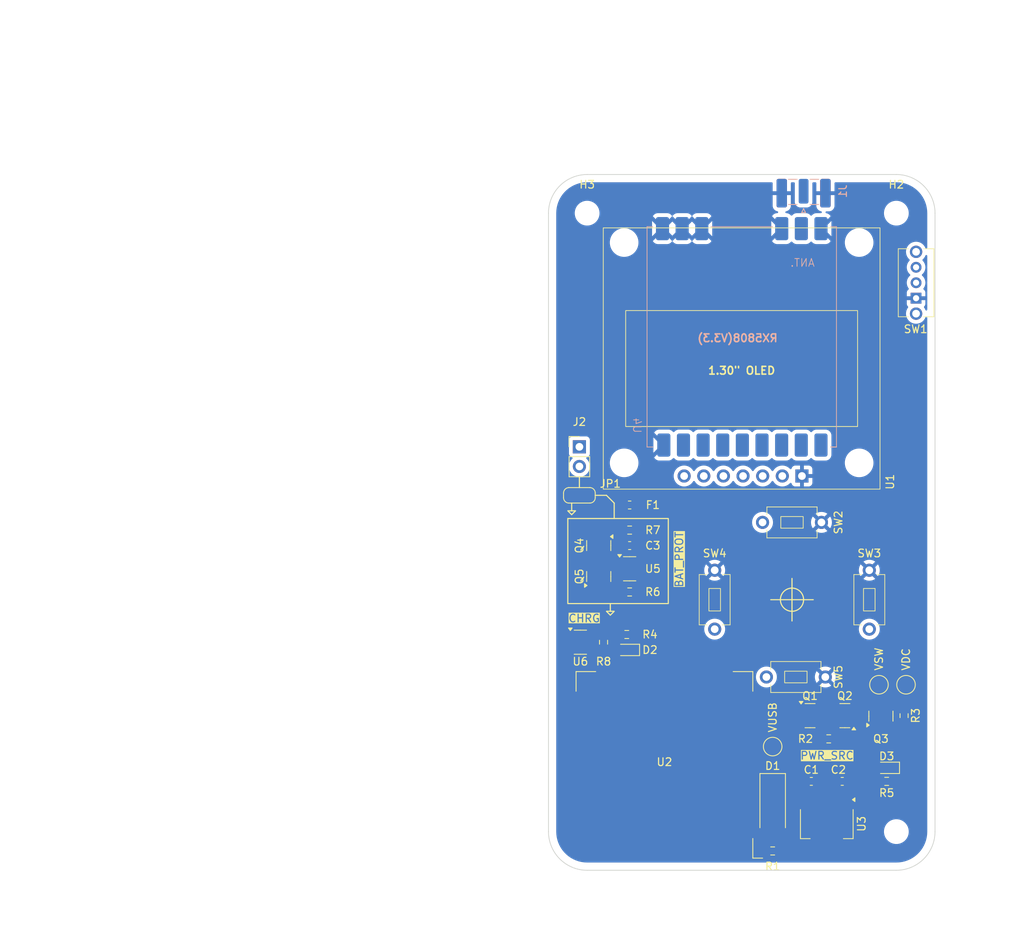
<source format=kicad_pcb>
(kicad_pcb (version 20240108) (generator "pcbnew") (generator_version "8.0")
  (layers (0 "F.Cu" signal) (31 "B.Cu" signal) (34 "B.Paste" user) (35 "F.Paste" user) (36 "B.SilkS" user "B.Silkscreen") (37 "F.SilkS" user "F.Silkscreen") (38 "B.Mask" user) (39 "F.Mask" user) (44 "Edge.Cuts" user))
  (net 0 "")
  (net 1 "GND")
  (net 2 "+VSW")
  (net 3 "+3V3")
  (net 4 "-BATT")
  (net 5 "VUSB")
  (net 6 "-BAT_PROT")
  (net 7 "Net-(D2-K)")
  (net 8 "VDC")
  (net 9 "+BATT")
  (net 10 "Net-(J1-In)")
  (net 11 "Net-(D3-K)")
  (net 12 "/Battery management/BAT_PROT_DO")
  (net 13 "/Battery management/BAT_PROT_CO")
  (net 14 "/PWR_SW")
  (net 15 "CHRG_STAT")
  (net 16 "Net-(U6-PROG)")
  (net 17 "BTN_UP")
  (net 18 "BTN_RIGHT")
  (net 19 "BTN_LEFT")
  (net 20 "BTN_DOWN")
  (net 21 "Net-(Q4-D)")
  (net 22 "SPI_CLK")
  (net 23 "DISPLAY_RST")
  (net 24 "DISPLAY_DC")
  (net 25 "SPI_MOSI")
  (net 26 "DISPLAY_CS")
  (net 29 "RSSI")
  (net 30 "RX_CS")
  (net 36 "/Battery management/BAT_PROT_VDD")
  (net 37 "/Battery management/BAT_CONN_POS")
  (net 38 "/Battery management/BAT_PROT_VM")
  (net 39 "/PWR_SRC_SW_G")
  (net 40 "/PWR_SRC_SW_S")
  (footprint "Resistor_SMD:R_0603_1608Metric_Pad0.98x0.95mm_HandSolder" (layer "F.Cu") (at 105.125 124.5)
    (property "Reference" "R4" (at 3 0 0) (layer "F.SilkS"))
    (property "Value" "470")
    (fp_line (start -0.254724 -0.5225) (end 0.254724 -0.5225) (stroke (width 0.12)) (layer "F.SilkS"))
    (fp_line (start -0.254724 0.5225) (end 0.254724 0.5225) (stroke (width 0.12)) (layer "F.SilkS"))
    (pad "1" smd roundrect (at -0.9125 0) (size 0.975 0.95) (layers "F.Cu" "F.Paste" "F.Mask") (net 15 "CHRG_STAT"))
    (pad "2" smd roundrect (at 0.9125 0) (size 0.975 0.95) (layers "F.Cu" "F.Paste" "F.Mask") (net 7 "Net-(D2-K)"))
  )
  (footprint "Thanassis_Foot:SW_PUSH_ADAFRUIT_SMALL" (layer "F.Cu") (at 127 130)
    (property "Reference" "SW5" (at 5.5 0 90) (layer "F.SilkS"))
    (property "Value" "SW_DOWN")
    (fp_line (start -3.25 -2) (end -3.25 -1) (stroke (width 0.1)) (layer "F.SilkS"))
    (fp_line (start -3.25 1) (end -3.25 2) (stroke (width 0.1)) (layer "F.SilkS"))
    (fp_line (start -3.25 2) (end 3.25 2) (stroke (width 0.1)) (layer "F.SilkS"))
    (fp_line (start 3.25 -2) (end -3.25 -2) (stroke (width 0.1)) (layer "F.SilkS"))
    (fp_line (start 3.25 -1) (end 3.25 -2) (stroke (width 0.1)) (layer "F.SilkS"))
    (fp_line (start 3.25 2) (end 3.25 1) (stroke (width 0.1)) (layer "F.SilkS"))
    (fp_rect (start -1.45 -0.75) (end 1.45 0.75) (stroke (width 0.1)) (fill none) (layer "F.SilkS"))
    (pad "1" thru_hole circle (at -3.81 0) (size 1.7 1.7) (drill 1) (layers "*.Cu" "*.Mask") (net 20 "BTN_DOWN"))
    (pad "2" thru_hole circle (at 3.81 0) (size 1.7 1.7) (drill 1) (layers "*.Cu" "*.Mask") (net 1 "GND"))
  )
  (footprint "Resistor_SMD:R_0603_1608Metric_Pad0.98x0.95mm_HandSolder" (layer "F.Cu") (at 138.75 143.5)
    (property "Reference" "R5" (at 0 1.5 0) (layer "F.SilkS"))
    (property "Value" "470")
    (fp_line (start -0.254724 -0.5225) (end 0.254724 -0.5225) (stroke (width 0.12)) (layer "F.SilkS"))
    (fp_line (start -0.254724 0.5225) (end 0.254724 0.5225) (stroke (width 0.12)) (layer "F.SilkS"))
    (pad "1" smd roundrect (at -0.9125 0) (size 0.975 0.95) (layers "F.Cu" "F.Paste" "F.Mask") (net 1 "GND"))
    (pad "2" smd roundrect (at 0.9125 0) (size 0.975 0.95) (layers "F.Cu" "F.Paste" "F.Mask") (net 11 "Net-(D3-K)"))
  )
  (footprint "Package_TO_SOT_SMD:SOT-23-6" (layer "F.Cu") (at 105.5 116)
    (property "Reference" "U5" (at 3 0 180) (layer "F.SilkS"))
    (property "Value" "AP9101CK6")
    (fp_line (start 0 -1.56) (end -0.8 -1.56) (stroke (width 0.12)) (layer "F.SilkS"))
    (fp_line (start 0 -1.56) (end 0.8 -1.56) (stroke (width 0.12)) (layer "F.SilkS"))
    (fp_line (start 0 1.56) (end -0.8 1.56) (stroke (width 0.12)) (layer "F.SilkS"))
    (fp_line (start 0 1.56) (end 0.8 1.56) (stroke (width 0.12)) (layer "F.SilkS"))
    (fp_poly (pts (xy -1.3 -1.51) (xy -1.54 -1.84) (xy -1.06 -1.84) (xy -1.3 -1.51)) (stroke (width 0.12)) (fill solid) (layer "F.SilkS"))
    (pad "1" smd roundrect (at -1.1375 -0.95) (size 1.325 0.6) (layers "F.Cu" "F.Paste" "F.Mask") (net 12 "/Battery management/BAT_PROT_DO"))
    (pad "2" smd roundrect (at -1.1375 0) (size 1.325 0.6) (layers "F.Cu" "F.Paste" "F.Mask") (net 38 "/Battery management/BAT_PROT_VM"))
    (pad "3" smd roundrect (at -1.1375 0.95) (size 1.325 0.6) (layers "F.Cu" "F.Paste" "F.Mask") (net 13 "/Battery management/BAT_PROT_CO"))
    (pad "4" smd roundrect (at 1.1375 0.95) (size 1.325 0.6) (layers "F.Cu" "F.Paste" "F.Mask"))
    (pad "5" smd roundrect (at 1.1375 0) (size 1.325 0.6) (layers "F.Cu" "F.Paste" "F.Mask") (net 36 "/Battery management/BAT_PROT_VDD"))
    (pad "6" smd roundrect (at 1.1375 -0.95) (size 1.325 0.6) (layers "F.Cu" "F.Paste" "F.Mask") (net 1 "GND"))
  )
  (footprint "Package_TO_SOT_SMD:SOT-23" (layer "F.Cu") (at 133.3375 135 180)
    (property "Reference" "Q2" (at 0 2.55 180) (layer "F.SilkS"))
    (property "Value" "PMOS")
    (fp_line (start 0 1.56) (end 0.65 1.56) (stroke (width 0.12)) (layer "F.SilkS"))
    (fp_line (start 0 1.56) (end -0.65 1.56) (stroke (width 0.12)) (layer "F.SilkS"))
    (fp_line (start 0 -1.56) (end 0.65 -1.56) (stroke (width 0.12)) (layer "F.SilkS"))
    (fp_line (start 0 -1.56) (end -0.65 -1.56) (stroke (width 0.12)) (layer "F.SilkS"))
    (fp_poly (pts (xy -1.1625 -1.51) (xy -1.4025 -1.84) (xy -0.9225 -1.84) (xy -1.1625 -1.51)) (stroke (width 0.12)) (fill solid) (layer "F.SilkS"))
    (pad "1" smd roundrect (at -0.9375 -0.95 180) (size 1.475 0.6) (layers "F.Cu" "F.Paste" "F.Mask") (net 8 "VDC"))
    (pad "2" smd roundrect (at -0.9375 0.95 180) (size 1.475 0.6) (layers "F.Cu" "F.Paste" "F.Mask") (net 39 "/PWR_SRC_SW_G"))
    (pad "3" smd roundrect (at 0.9375 0 180) (size 1.475 0.6) (layers "F.Cu" "F.Paste" "F.Mask") (net 40 "/PWR_SRC_SW_S"))
  )
  (footprint "LED_SMD:LED_0603_1608Metric_Pad1.05x0.95mm_HandSolder" (layer "F.Cu") (at 138.75 141.75 180)
    (property "Reference" "D3" (at 0 1.5 360) (layer "F.SilkS"))
    (property "Value" "LED")
    (fp_line (start 0.8 -0.735) (end -1.66 -0.735) (stroke (width 0.12)) (layer "F.SilkS"))
    (fp_line (start -1.66 0.735) (end 0.8 0.735) (stroke (width 0.12)) (layer "F.SilkS"))
    (fp_line (start -1.66 -0.735) (end -1.66 0.735) (stroke (width 0.12)) (layer "F.SilkS"))
    (pad "1" smd roundrect (at -0.875 0 180) (size 1.05 0.95) (layers "F.Cu" "F.Paste" "F.Mask") (net 11 "Net-(D3-K)"))
    (pad "2" smd roundrect (at 0.875 0 180) (size 1.05 0.95) (layers "F.Cu" "F.Paste" "F.Mask") (net 2 "+VSW"))
  )
  (footprint "Resistor_SMD:R_0603_1608Metric_Pad0.98x0.95mm_HandSolder" (layer "F.Cu") (at 102.125 125.5 90)
    (property "Reference" "R8" (at -2.5 0 180) (layer "F.SilkS"))
    (property "Value" "12k")
    (fp_line (start -0.254724 -0.5225) (end 0.254724 -0.5225) (stroke (width 0.12)) (layer "F.SilkS"))
    (fp_line (start -0.254724 0.5225) (end 0.254724 0.5225) (stroke (width 0.12)) (layer "F.SilkS"))
    (pad "1" smd roundrect (at -0.9125 0 90) (size 0.975 0.95) (layers "F.Cu" "F.Paste" "F.Mask") (net 1 "GND"))
    (pad "2" smd roundrect (at 0.9125 0 90) (size 0.975 0.95) (layers "F.Cu" "F.Paste" "F.Mask") (net 16 "Net-(U6-PROG)"))
  )
  (footprint "Resistor_SMD:R_0603_1608Metric_Pad0.98x0.95mm_HandSolder" (layer "F.Cu") (at 105.5 119)
    (property "Reference" "R6" (at 3 0 0) (layer "F.SilkS"))
    (property "Value" "2k49")
    (fp_line (start -0.254724 -0.5225) (end 0.254724 -0.5225) (stroke (width 0.12)) (layer "F.SilkS"))
    (fp_line (start -0.254724 0.5225) (end 0.254724 0.5225) (stroke (width 0.12)) (layer "F.SilkS"))
    (pad "1" smd roundrect (at -0.9125 0) (size 0.975 0.95) (layers "F.Cu" "F.Paste" "F.Mask") (net 38 "/Battery management/BAT_PROT_VM"))
    (pad "2" smd roundrect (at 0.9125 0) (size 0.975 0.95) (layers "F.Cu" "F.Paste" "F.Mask") (net 1 "GND"))
  )
  (footprint "Package_TO_SOT_SMD:SOT-23" (layer "F.Cu") (at 138 135.0625 90)
    (property "Reference" "Q3" (at -2.9375 0 180) (layer "F.SilkS"))
    (property "Value" "Q_PMOS_GSD")
    (fp_line (start 0 -1.56) (end 0.65 -1.56) (stroke (width 0.12)) (layer "F.SilkS"))
    (fp_line (start 0 -1.56) (end -0.65 -1.56) (stroke (width 0.12)) (layer "F.SilkS"))
    (fp_line (start 0 1.56) (end 0.65 1.56) (stroke (width 0.12)) (layer "F.SilkS"))
    (fp_line (start 0 1.56) (end -0.65 1.56) (stroke (width 0.12)) (layer "F.SilkS"))
    (fp_poly (pts (xy -1.1625 -1.51) (xy -1.4025 -1.84) (xy -0.9225 -1.84) (xy -1.1625 -1.51)) (stroke (width 0.12)) (fill solid) (layer "F.SilkS"))
    (pad "1" smd roundrect (at -0.9375 -0.95 90) (size 1.475 0.6) (layers "F.Cu" "F.Paste" "F.Mask") (net 14 "/PWR_SW"))
    (pad "2" smd roundrect (at -0.9375 0.95 90) (size 1.475 0.6) (layers "F.Cu" "F.Paste" "F.Mask") (net 8 "VDC"))
    (pad "3" smd roundrect (at 0.9375 0 90) (size 1.475 0.6) (layers "F.Cu" "F.Paste" "F.Mask") (net 2 "+VSW"))
  )
  (footprint "Thanassis_Foot:SW_PUSH_ADAFRUIT_SMALL" (layer "F.Cu") (at 136.5 120 90)
    (property "Reference" "SW3" (at 6 0 0) (layer "F.SilkS"))
    (property "Value" "SW_RIGHT")
    (fp_line (start 3.25 -2) (end -3.25 -2) (stroke (width 0.1)) (layer "F.SilkS"))
    (fp_line (start -3.25 -2) (end -3.25 -1) (stroke (width 0.1)) (layer "F.SilkS"))
    (fp_line (start 3.25 -1) (end 3.25 -2) (stroke (width 0.1)) (layer "F.SilkS"))
    (fp_line (start -3.25 1) (end -3.25 2) (stroke (width 0.1)) (layer "F.SilkS"))
    (fp_line (start 3.25 2) (end 3.25 1) (stroke (width 0.1)) (layer "F.SilkS"))
    (fp_line (start -3.25 2) (end 3.25 2) (stroke (width 0.1)) (layer "F.SilkS"))
    (fp_rect (start -1.45 -0.75) (end 1.45 0.75) (stroke (width 0.1)) (fill none) (layer "F.SilkS"))
    (pad "1" thru_hole circle (at -3.81 0 90) (size 1.7 1.7) (drill 1) (layers "*.Cu" "*.Mask") (net 18 "BTN_RIGHT"))
    (pad "2" thru_hole circle (at 3.81 0 90) (size 1.7 1.7) (drill 1) (layers "*.Cu" "*.Mask") (net 1 "GND"))
  )
  (footprint "Package_TO_SOT_SMD:SOT-23" (layer "F.Cu") (at 128.8375 135)
    (property "Reference" "Q1" (at 0 -2.55 180) (layer "F.SilkS"))
    (property "Value" "PMOS")
    (fp_line (start 0 -1.56) (end -0.65 -1.56) (stroke (width 0.12)) (layer "F.SilkS"))
    (fp_line (start 0 -1.56) (end 0.65 -1.56) (stroke (width 0.12)) (layer "F.SilkS"))
    (fp_line (start 0 1.56) (end -0.65 1.56) (stroke (width 0.12)) (layer "F.SilkS"))
    (fp_line (start 0 1.56) (end 0.65 1.56) (stroke (width 0.12)) (layer "F.SilkS"))
    (fp_poly (pts (xy -1.1625 -1.51) (xy -1.4025 -1.84) (xy -0.9225 -1.84) (xy -1.1625 -1.51)) (stroke (width 0.12)) (fill solid) (layer "F.SilkS"))
    (pad "1" smd roundrect (at -0.9375 -0.95) (size 1.475 0.6) (layers "F.Cu" "F.Paste" "F.Mask") (net 9 "+BATT"))
    (pad "2" smd roundrect (at -0.9375 0.95) (size 1.475 0.6) (layers "F.Cu" "F.Paste" "F.Mask") (net 39 "/PWR_SRC_SW_G"))
    (pad "3" smd roundrect (at 0.9375 0) (size 1.475 0.6) (layers "F.Cu" "F.Paste" "F.Mask") (net 40 "/PWR_SRC_SW_S"))
  )
  (footprint "Thanassis_Foot:1.30 OLED" (layer "F.Cu") (at 137.7875 105.6 180)
    (property "Reference" "U1" (at -1.4 0.85 90) (layer "F.SilkS"))
    (property "Value" "1.3\" OLED")
    (fp_rect (start 2.8 8) (end 32.8 23) (stroke (width 0.1)) (fill none) (layer "F.SilkS"))
    (fp_rect (start -0.1 -0.1) (end 35.7 33.7) (stroke (width 0.1)) (fill none) (layer "F.SilkS"))
    (fp_text user "1.30\" OLED" (at 17.8 14.65 0) (layer "F.SilkS") (effects (font (thickness 0.2) (bold yes)) (justify bottom)))
    (pad "" np_thru_hole circle (at 2.6 3.3 180) (size 3.2 3.2) (drill 3.2) (layers "F&B.Cu" "*.Mask"))
    (pad "" np_thru_hole circle (at 2.6 31.8 180) (size 3.2 3.2) (drill 3.2) (layers "*.Cu" "*.Mask"))
    (pad "" np_thru_hole circle (at 33 3.3 180) (size 3.2 3.2) (drill 3.2) (layers "*.Cu" "*.Mask"))
    (pad "" np_thru_hole circle (at 33 31.8 180) (size 3.2 3.2) (drill 3.2) (layers "*.Cu" "*.Mask"))
    (pad "1" thru_hole rect (at 10 1.6 180) (size 1.7 1.7) (drill 1) (layers "*.Cu" "*.Mask") (net 1 "GND"))
    (pad "2" thru_hole circle (at 12.54 1.6 180) (size 1.7 1.7) (drill 1) (layers "*.Cu" "*.Mask") (net 2 "+VSW"))
    (pad "3" thru_hole circle (at 15.08 1.6 180) (size 1.7 1.7) (drill 1) (layers "*.Cu" "*.Mask") (net 22 "SPI_CLK"))
    (pad "4" thru_hole circle (at 17.62 1.6 180) (size 1.7 1.7) (drill 1) (layers "*.Cu" "*.Mask") (net 25 "SPI_MOSI"))
    (pad "5" thru_hole circle (at 20.16 1.6 180) (size 1.7 1.7) (drill 1) (layers "*.Cu" "*.Mask") (net 23 "DISPLAY_RST"))
    (pad "6" thru_hole circle (at 22.7 1.6 180) (size 1.7 1.7) (drill 1) (layers "*.Cu" "*.Mask") (net 24 "DISPLAY_DC"))
    (pad "7" thru_hole circle (at 25.24 1.6 180) (size 1.7 1.7) (drill 1) (layers "*.Cu" "*.Mask") (net 26 "DISPLAY_CS"))
  )
  (footprint "Resistor_SMD:R_0603_1608Metric_Pad0.98x0.95mm_HandSolder" (layer "F.Cu") (at 124 152.5 180)
    (property "Reference" "R1" (at 0 -2 0) (layer "F.SilkS"))
    (property "Value" "R")
    (fp_line (start -0.254724 0.5225) (end 0.254724 0.5225) (stroke (width 0.12)) (layer "F.SilkS"))
    (fp_line (start -0.254724 -0.5225) (end 0.254724 -0.5225) (stroke (width 0.12)) (layer "F.SilkS"))
    (pad "1" smd roundrect (at -0.9125 0 180) (size 0.975 0.95) (layers "F.Cu" "F.Paste" "F.Mask") (net 1 "GND"))
    (pad "2" smd roundrect (at 0.9125 0 180) (size 0.975 0.95) (layers "F.Cu" "F.Paste" "F.Mask") (net 5 "VUSB"))
  )
  (footprint "Resistor_SMD:R_0603_1608Metric_Pad0.98x0.95mm_HandSolder" (layer "F.Cu") (at 131.25 138 180)
    (property "Reference" "R2" (at 3 0 0) (layer "F.SilkS"))
    (property "Value" "R")
    (fp_line (start -0.254724 0.5225) (end 0.254724 0.5225) (stroke (width 0.12)) (layer "F.SilkS"))
    (fp_line (start -0.254724 -0.5225) (end 0.254724 -0.5225) (stroke (width 0.12)) (layer "F.SilkS"))
    (pad "1" smd roundrect (at -0.9125 0 180) (size 0.975 0.95) (layers "F.Cu" "F.Paste" "F.Mask") (net 5 "VUSB"))
    (pad "2" smd roundrect (at 0.9125 0 180) (size 0.975 0.95) (layers "F.Cu" "F.Paste" "F.Mask") (net 39 "/PWR_SRC_SW_G"))
  )
  (footprint "TestPoint:TestPoint_Pad_D2.0mm" (layer "F.Cu") (at 137.75 131)
    (property "Reference" "TP3" (hide yes))
    (property "Value" "TestPoint")
    (fp_circle (center 0 0) (end 0 1.2) (stroke (width 0.12)) (fill none) (layer "F.SilkS"))
    (pad "1" smd circle (at 0 0) (size 2 2) (layers "F.Cu" "F.Mask") (net 2 "+VSW"))
  )
  (footprint "Thanassis_Foot:SW_SPDT_TEC_1825232-1" (layer "F.Cu") (at 142.55 79 90)
    (property "Reference" "SW1" (at -6 -0.05 0) (layer "F.SilkS"))
    (property "Value" "SW_SPDT")
    (fp_line (start 4.4 -2.3) (end -4.4 -2.3) (stroke (width 0.1)) (layer "F.SilkS"))
    (fp_line (start -4.4 -2.3) (end -4.4 -1) (stroke (width 0.1)) (layer "F.SilkS"))
    (fp_line (start 4.4 -1) (end 4.4 -2.3) (stroke (width 0.1)) (layer "F.SilkS"))
    (fp_line (start -4.4 1) (end -4.4 2.3) (stroke (width 0.1)) (layer "F.SilkS"))
    (fp_line (start 4.4 2.3) (end 4.4 1) (stroke (width 0.1)) (layer "F.SilkS"))
    (fp_line (start 4.4 2.3) (end -4.4 2.3) (stroke (width 0.1)) (layer "F.SilkS"))
    (pad "" thru_hole circle (at -4 0 90) (size 1.6 1.6) (drill 1) (layers "*.Cu" "*.Mask"))
    (pad "" thru_hole circle (at 4 0 90) (size 1.6 1.6) (drill 1) (layers "*.Cu" "*.Mask"))
    (pad "1" thru_hole rect (at -2 0 90) (size 1.4 1.4) (drill 0.8) (layers "*.Cu" "*.Mask") (net 1 "GND"))
    (pad "2" thru_hole circle (at 0 0 90) (size 1.4 1.4) (drill 0.8) (layers "*.Cu" "*.Mask") (net 14 "/PWR_SW"))
    (pad "3" thru_hole circle (at 2 0 90) (size 1.4 1.4) (drill 0.8) (layers "*.Cu" "*.Mask"))
  )
  (footprint "TestPoint:TestPoint_Pad_D2.0mm" (layer "F.Cu") (at 124 139)
    (property "Reference" "TP1" (hide yes))
    (property "Value" "TestPoint")
    (fp_circle (center 0 0) (end 0 1.2) (stroke (width 0.12)) (fill none) (layer "F.SilkS"))
    (pad "1" smd circle (at 0 0) (size 2 2) (layers "F.Cu" "F.Mask") (net 5 "VUSB"))
  )
  (footprint "LED_SMD:LED_0603_1608Metric_Pad1.05x0.95mm_HandSolder" (layer "F.Cu") (at 105.125 126.5 180)
    (property "Reference" "D2" (at -3 0 360) (layer "F.SilkS"))
    (property "Value" "LED")
    (fp_line (start 0.8 -0.735) (end -1.66 -0.735) (stroke (width 0.12)) (layer "F.SilkS"))
    (fp_line (start -1.66 0.735) (end 0.8 0.735) (stroke (width 0.12)) (layer "F.SilkS"))
    (fp_line (start -1.66 -0.735) (end -1.66 0.735) (stroke (width 0.12)) (layer "F.SilkS"))
    (pad "1" smd roundrect (at -0.875 0 180) (size 1.05 0.95) (layers "F.Cu" "F.Paste" "F.Mask") (net 7 "Net-(D2-K)"))
    (pad "2" smd roundrect (at 0.875 0 180) (size 1.05 0.95) (layers "F.Cu" "F.Paste" "F.Mask") (net 5 "VUSB"))
  )
  (footprint "Resistor_SMD:R_0603_1608Metric_Pad0.98x0.95mm_HandSolder" (layer "F.Cu") (at 141 135 -90)
    (property "Reference" "R3" (at 0 -1.5 90) (layer "F.SilkS"))
    (property "Value" "150k")
    (fp_line (start -0.254724 0.5225) (end 0.254724 0.5225) (stroke (width 0.12)) (layer "F.SilkS"))
    (fp_line (start -0.254724 -0.5225) (end 0.254724 -0.5225) (stroke (width 0.12)) (layer "F.SilkS"))
    (pad "1" smd roundrect (at -0.9125 0 270) (size 0.975 0.95) (layers "F.Cu" "F.Paste" "F.Mask") (net 8 "VDC"))
    (pad "2" smd roundrect (at 0.9125 0 270) (size 0.975 0.95) (layers "F.Cu" "F.Paste" "F.Mask") (net 14 "/PWR_SW"))
  )
  (footprint "Package_TO_SOT_SMD:SOT-23" (layer "F.Cu") (at 101.5 117 90)
    (property "Reference" "Q5" (at 0 -2.5 90) (layer "F.SilkS"))
    (property "Value" "Q_NMOS_GSD")
    (fp_line (start 0 -1.56) (end 0.65 -1.56) (stroke (width 0.12)) (layer "F.SilkS"))
    (fp_line (start 0 -1.56) (end -0.65 -1.56) (stroke (width 0.12)) (layer "F.SilkS"))
    (fp_line (start 0 1.56) (end 0.65 1.56) (stroke (width 0.12)) (layer "F.SilkS"))
    (fp_line (start 0 1.56) (end -0.65 1.56) (stroke (width 0.12)) (layer "F.SilkS"))
    (fp_poly (pts (xy -1.1625 -1.51) (xy -1.4025 -1.84) (xy -0.9225 -1.84) (xy -1.1625 -1.51)) (stroke (width 0.12)) (fill solid) (layer "F.SilkS"))
    (pad "1" smd roundrect (at -0.9375 -0.95 90) (size 1.475 0.6) (layers "F.Cu" "F.Paste" "F.Mask") (net 13 "/Battery management/BAT_PROT_CO"))
    (pad "2" smd roundrect (at -0.9375 0.95 90) (size 1.475 0.6) (layers "F.Cu" "F.Paste" "F.Mask") (net 1 "GND"))
    (pad "3" smd roundrect (at 0.9375 0 90) (size 1.475 0.6) (layers "F.Cu" "F.Paste" "F.Mask") (net 21 "Net-(Q4-D)"))
  )
  (footprint "Fuse:Fuse_0603_1608Metric_Pad1.05x0.95mm_HandSolder" (layer "F.Cu") (at 105.5 107.75 180)
    (property "Reference" "F1" (at -3 0 180) (layer "F.SilkS"))
    (property "Value" "Fuse")
    (fp_line (start -0.171267 0.51) (end 0.171267 0.51) (stroke (width 0.12)) (layer "F.SilkS"))
    (fp_line (start -0.171267 -0.51) (end 0.171267 -0.51) (stroke (width 0.12)) (layer "F.SilkS"))
    (pad "1" smd roundrect (at -0.875 0 180) (size 1.05 0.95) (layers "F.Cu" "F.Paste" "F.Mask") (net 9 "+BATT"))
    (pad "2" smd roundrect (at 0.875 0 180) (size 1.05 0.95) (layers "F.Cu" "F.Paste" "F.Mask") (net 37 "/Battery management/BAT_CONN_POS"))
  )
  (footprint "Package_TO_SOT_SMD:SOT-23" (layer "F.Cu") (at 101.5 113 -90)
    (property "Reference" "Q4" (at 0 2.5 90) (layer "F.SilkS"))
    (property "Value" "Q_NMOS_GSD")
    (fp_line (start 0 1.56) (end -0.65 1.56) (stroke (width 0.12)) (layer "F.SilkS"))
    (fp_line (start 0 1.56) (end 0.65 1.56) (stroke (width 0.12)) (layer "F.SilkS"))
    (fp_line (start 0 -1.56) (end -0.65 -1.56) (stroke (width 0.12)) (layer "F.SilkS"))
    (fp_line (start 0 -1.56) (end 0.65 -1.56) (stroke (width 0.12)) (layer "F.SilkS"))
    (fp_poly (pts (xy -1.1625 -1.51) (xy -1.4025 -1.84) (xy -0.9225 -1.84) (xy -1.1625 -1.51)) (stroke (width 0.12)) (fill solid) (layer "F.SilkS"))
    (pad "1" smd roundrect (at -0.9375 -0.95 270) (size 1.475 0.6) (layers "F.Cu" "F.Paste" "F.Mask") (net 12 "/Battery management/BAT_PROT_DO"))
    (pad "2" smd roundrect (at -0.9375 0.95 270) (size 1.475 0.6) (layers "F.Cu" "F.Paste" "F.Mask") (net 6 "-BAT_PROT"))
    (pad "3" smd roundrect (at 0.9375 0 270) (size 1.475 0.6) (layers "F.Cu" "F.Paste" "F.Mask") (net 21 "Net-(Q4-D)"))
  )
  (footprint "Package_TO_SOT_SMD:SOT-223-3_TabPin2" (layer "F.Cu") (at 131 149 -90)
    (property "Reference" "U3" (at 0 -4.5 90) (layer "F.SilkS"))
    (property "Value" "LM1117MP-3.3")
    (fp_line (start -1.85 3.41) (end 1.91 3.41) (stroke (width 0.12)) (layer "F.SilkS"))
    (fp_line (start 1.91 3.41) (end 1.91 2.15) (stroke (width 0.12)) (layer "F.SilkS"))
    (fp_line (start -1.85 -3.41) (end 1.91 -3.41) (stroke (width 0.12)) (layer "F.SilkS"))
    (fp_line (start 1.91 -3.41) (end 1.91 -2.15) (stroke (width 0.12)) (layer "F.SilkS"))
    (fp_poly (pts (xy -3.13 -3.31) (xy -3.37 -3.64) (xy -2.89 -3.64) (xy -3.13 -3.31)) (stroke (width 0.12)) (fill solid) (layer "F.SilkS"))
    (pad "1" smd roundrect (at -3.15 -2.3 270) (size 2 1.5) (layers "F.Cu" "F.Paste" "F.Mask") (net 1 "GND"))
    (pad "2" smd roundrect (at -3.15 0 270) (size 2 1.5) (layers "F.Cu" "F.Paste" "F.Mask") (net 3 "+3V3"))
    (pad "2" smd roundrect (at 3.15 0 270) (size 2 3.8) (layers "F.Cu" "F.Paste" "F.Mask") (net 3 "+3V3"))
    (pad "3" smd roundrect (at -3.15 2.3 270) (size 2 1.5) (layers "F.Cu" "F.Paste" "F.Mask") (net 2 "+VSW"))
  )
  (footprint "TestPoint:TestPoint_Pad_D2.0mm" (layer "F.Cu") (at 141.25 131)
    (property "Reference" "TP2" (hide yes))
    (property "Value" "TestPoint")
    (fp_circle (center 0 0) (end 0 1.2) (stroke (width 0.12)) (fill none) (layer "F.SilkS"))
    (pad "1" smd circle (at 0 0) (size 2 2) (layers "F.Cu" "F.Mask") (net 8 "VDC"))
  )
  (footprint "Capacitor_SMD:C_0603_1608Metric_Pad1.08x0.95mm_HandSolder" (layer "F.Cu") (at 105.5 113)
    (property "Reference" "C3" (at 3 0 180) (layer "F.SilkS"))
    (property "Value" "100n")
    (fp_line (start -0.146267 -0.51) (end 0.146267 -0.51) (stroke (width 0.12)) (layer "F.SilkS"))
    (fp_line (start -0.146267 0.51) (end 0.146267 0.51) (stroke (width 0.12)) (layer "F.SilkS"))
    (pad "1" smd roundrect (at -0.8625 0) (size 1.075 0.95) (layers "F.Cu" "F.Paste" "F.Mask") (net 6 "-BAT_PROT"))
    (pad "2" smd roundrect (at 0.8625 0) (size 1.075 0.95) (layers "F.Cu" "F.Paste" "F.Mask") (net 36 "/Battery management/BAT_PROT_VDD"))
  )
  (footprint "Capacitor_SMD:C_0603_1608Metric_Pad1.08x0.95mm_HandSolder" (layer "F.Cu") (at 129 143.5)
    (property "Reference" "C1" (at 0 -1.5 360) (layer "F.SilkS"))
    (property "Value" "C")
    (fp_line (start -0.146267 -0.51) (end 0.146267 -0.51) (stroke (width 0.12)) (layer "F.SilkS"))
    (fp_line (start -0.146267 0.51) (end 0.146267 0.51) (stroke (width 0.12)) (layer "F.SilkS"))
    (pad "1" smd roundrect (at -0.8625 0) (size 1.075 0.95) (layers "F.Cu" "F.Paste" "F.Mask") (net 2 "+VSW"))
    (pad "2" smd roundrect (at 0.8625 0) (size 1.075 0.95) (layers "F.Cu" "F.Paste" "F.Mask") (net 1 "GND"))
  )
  (footprint "MountingHole:MountingHole_2.7mm_M2.5" (layer "F.Cu") (at 140 150)
    (property "Reference" "H1" (hide yes))
    (property "Value" "MountingHole")
    (pad "" np_thru_hole circle (at 0 0) (size 2.7 2.7) (drill 2.7) (layers "*.Cu" "*.Mask"))
  )
  (footprint "Connector_PinHeader_2.54mm:PinHeader_1x02_P2.54mm_Vertical" (layer "F.Cu") (at 99 100.225)
    (property "Reference" "J2" (at 0 -3.225 180) (layer "F.SilkS"))
    (property "Value" "Conn_01x02")
    (fp_line (start -1.33 -1.33) (end 0 -1.33) (stroke (width 0.12)) (layer "F.SilkS"))
    (fp_line (start -1.33 0) (end -1.33 -1.33) (stroke (width 0.12)) (layer "F.SilkS"))
    (fp_line (start -1.33 1.27) (end -1.33 3.87) (stroke (width 0.12)) (layer "F.SilkS"))
    (fp_line (start -1.33 1.27) (end 1.33 1.27) (stroke (width 0.12)) (layer "F.SilkS"))
    (fp_line (start -1.33 3.87) (end 1.33 3.87) (stroke (width 0.12)) (layer "F.SilkS"))
    (fp_line (start 1.33 1.27) (end 1.33 3.87) (stroke (width 0.12)) (layer "F.SilkS"))
    (pad "1" thru_hole rect (at 0 0) (size 1.7 1.7) (drill 1) (layers "*.Cu" "*.Mask") (net 37 "/Battery management/BAT_CONN_POS"))
    (pad "2" thru_hole oval (at 0 2.54) (size 1.7 1.7) (drill 1) (layers "*.Cu" "*.Mask") (net 4 "-BATT"))
  )
  (footprint "Jumper:SolderJumper-3_P1.3mm_Open_RoundedPad1.0x1.5mm" (layer "F.Cu") (at 99 106.5 180)
    (property "Reference" "JP1" (at -4 1.5 180) (layer "F.SilkS"))
    (property "Value" "BAT_PROT_BYPASS")
    (fp_line (start 2.05 -0.3) (end 2.05 0.3) (stroke (width 0.12)) (layer "F.SilkS"))
    (fp_line (start 1.4 1) (end -1.4 1) (stroke (width 0.12)) (layer "F.SilkS"))
    (fp_line (start -1.4 -1) (end 1.4 -1) (stroke (width 0.12)) (layer "F.SilkS"))
    (fp_line (start -2.05 0.3) (end -2.05 -0.3) (stroke (width 0.12)) (layer "F.SilkS"))
    (fp_arc (start 2.05 0.3) (mid 1.844975 0.794975) (end 1.35 1) (stroke (width 0.12)) (layer "F.SilkS"))
    (fp_arc (start 1.35 -1) (mid 1.844975 -0.794975) (end 2.05 -0.3) (stroke (width 0.12)) (layer "F.SilkS"))
    (fp_arc (start -1.35 1) (mid -1.844975 0.794975) (end -2.05 0.3) (stroke (width 0.12)) (layer "F.SilkS"))
    (fp_arc (start -2.05 -0.3) (mid -1.844975 -0.794975) (end -1.35 -1) (stroke (width 0.12)) (layer "F.SilkS"))
    (pad "1" smd custom (at -1.3 0 180) (size 1 0.5) (layers "F.Cu" "F.Mask") (net 6 "-BAT_PROT") (options (clearance outline) (anchor rect)) (primitives (gr_circle (center 0 0.25) (end 0.5 0.25) (width 0) (fill yes)) (gr_circle (center 0 -0.25) (end 0.5 -0.25) (width 0) (fill yes)) (gr_poly (pts (xy 0.55 0.75) (xy 0 0.75) (xy 0 -0.75) (xy 0.55 -0.75)) (width 0) (fill yes))))
    (pad "2" smd rect (at 0 0 180) (size 1 1.5) (layers "F.Cu" "F.Mask") (net 4 "-BATT"))
    (pad "3" smd custom (at 1.3 0 180) (size 1 0.5) (layers "F.Cu" "F.Mask") (net 1 "GND") (options (clearance outline) (anchor rect)) (primitives (gr_circle (center 0 0.25) (end 0.5 0.25) (width 0) (fill yes)) (gr_circle (center 0 -0.25) (end 0.5 -0.25) (width 0) (fill yes)) (gr_poly (pts (xy 0 0.75) (xy -0.55 0.75) (xy -0.55 -0.75) (xy 0 -0.75)) (width 0) (fill yes))))
  )
  (footprint "Thanassis_Foot:SW_PUSH_ADAFRUIT_SMALL" (layer "F.Cu") (at 116.5 120 90)
    (property "Reference" "SW4" (at 6 0 0) (layer "F.SilkS"))
    (property "Value" "SW_LEFT")
    (fp_line (start 3.25 -2) (end -3.25 -2) (stroke (width 0.1)) (layer "F.SilkS"))
    (fp_line (start -3.25 -2) (end -3.25 -1) (stroke (width 0.1)) (layer "F.SilkS"))
    (fp_line (start 3.25 -1) (end 3.25 -2) (stroke (width 0.1)) (layer "F.SilkS"))
    (fp_line (start -3.25 1) (end -3.25 2) (stroke (width 0.1)) (layer "F.SilkS"))
    (fp_line (start 3.25 2) (end 3.25 1) (stroke (width 0.1)) (layer "F.SilkS"))
    (fp_line (start -3.25 2) (end 3.25 2) (stroke (width 0.1)) (layer "F.SilkS"))
    (fp_rect (start -1.45 -0.75) (end 1.45 0.75) (stroke (width 0.1)) (fill none) (layer "F.SilkS"))
    (pad "1" thru_hole circle (at -3.81 0 90) (size 1.7 1.7) (drill 1) (layers "*.Cu" "*.Mask") (net 19 "BTN_LEFT"))
    (pad "2" thru_hole circle (at 3.81 0 90) (size 1.7 1.7) (drill 1) (layers "*.Cu" "*.Mask") (net 1 "GND"))
  )
  (footprint "Thanassis_Foot:ESP32-C3_Zero" (layer "F.Cu") (at 110 142 180)
    (property "Reference" "U2" (at 0 1 0) (layer "F.SilkS"))
    (property "Value" "ESP32-C3_Zero")
    (fp_line (start 11.43 12.7) (end 11.43 10.16) (stroke (width 0.12)) (layer "F.SilkS"))
    (fp_line (start 11.43 12.7) (end 8.89 12.7) (stroke (width 0.12)) (layer "F.SilkS"))
    (fp_line (start -8.89 12.7) (end -11.43 12.7) (stroke (width 0.12)) (layer "F.SilkS"))
    (fp_line (start -11.43 12.7) (end -11.43 10.16) (stroke (width 0.12)) (layer "F.SilkS"))
    (fp_line (start -11.43 -11.43) (end -11.43 -8.89) (stroke (width 0.12)) (layer "F.SilkS"))
    (fp_line (start -12.7 -11.43) (end -11.43 -11.43) (stroke (width 0.12)) (layer "F.SilkS"))
    (pad "1" smd roundrect (at -8.89 -10.16 180) (size 4 1.7) (layers "F.Cu" "F.Paste" "F.Mask") (net 5 "VUSB"))
    (pad "2" smd roundrect (at -8.89 -7.62 180) (size 4 1.7) (layers "F.Cu" "F.Paste" "F.Mask") (net 1 "GND"))
    (pad "3" smd roundrect (at -8.89 -5.08 180) (size 4 1.7) (layers "F.Cu" "F.Paste" "F.Mask") (net 3 "+3V3"))
    (pad "4" smd roundrect (at -8.89 -2.54 180) (size 4 1.7) (layers "F.Cu" "F.Paste" "F.Mask") (net 29 "RSSI"))
    (pad "5" smd roundrect (at -8.89 0 180) (size 4 1.7) (layers "F.Cu" "F.Paste" "F.Mask"))
    (pad "6" smd roundrect (at -8.89 2.54 180) (size 4 1.7) (layers "F.Cu" "F.Paste" "F.Mask") (net 20 "BTN_DOWN"))
    (pad "7" smd roundrect (at -8.89 5.08 180) (size 4 1.7) (layers "F.Cu" "F.Paste" "F.Mask") (net 19 "BTN_LEFT"))
    (pad "8" smd roundrect (at -8.89 7.62 180) (size 4 1.7) (layers "F.Cu" "F.Paste" "F.Mask") (net 25 "SPI_MOSI"))
    (pad "9" smd roundrect (at -8.89 10.16 180) (size 4 1.7) (layers "F.Cu" "F.Paste" "F.Mask") (net 22 "SPI_CLK"))
    (pad "10" smd roundrect (at 8.89 10.16 180) (size 4 1.7) (layers "F.Cu" "F.Paste" "F.Mask") (net 26 "DISPLAY_CS"))
    (pad "11" smd roundrect (at 8.89 7.62 180) (size 4 1.7) (layers "F.Cu" "F.Paste" "F.Mask") (net 30 "RX_CS"))
    (pad "12" smd roundrect (at 8.89 5.08 180) (size 4 1.7) (layers "F.Cu" "F.Paste" "F.Mask") (net 23 "DISPLAY_RST"))
    (pad "13" smd roundrect (at 8.89 2.54 180) (size 4 1.7) (layers "F.Cu" "F.Paste" "F.Mask") (net 24 "DISPLAY_DC"))
    (pad "14" smd roundrect (at 8.89 0 180) (size 4 1.7) (layers "F.Cu" "F.Paste" "F.Mask"))
    (pad "15" smd roundrect (at 8.89 -2.54 180) (size 4 1.7) (layers "F.Cu" "F.Paste" "F.Mask"))
    (pad "16" smd roundrect (at 8.89 -5.08 180) (size 4 1.7) (layers "F.Cu" "F.Paste" "F.Mask"))
    (pad "17" smd roundrect (at 8.89 -7.62 180) (size 4 1.7) (layers "F.Cu" "F.Paste" "F.Mask") (net 17 "BTN_UP"))
    (pad "18" smd roundrect (at 8.89 -10.16 180) (size 4 1.7) (layers "F.Cu" "F.Paste" "F.Mask") (net 18 "BTN_RIGHT"))
  )
  (footprint "Capacitor_SMD:C_0603_1608Metric_Pad1.08x0.95mm_HandSolder" (layer "F.Cu") (at 133 143.5)
    (property "Reference" "C2" (at -0.5 -1.5 360) (layer "F.SilkS"))
    (property "Value" "C")
    (fp_line (start -0.146267 -0.51) (end 0.146267 -0.51) (stroke (width 0.12)) (layer "F.SilkS"))
    (fp_line (start -0.146267 0.51) (end 0.146267 0.51) (stroke (width 0.12)) (layer "F.SilkS"))
    (pad "1" smd roundrect (at -0.8625 0) (size 1.075 0.95) (layers "F.Cu" "F.Paste" "F.Mask") (net 3 "+3V3"))
    (pad "2" smd roundrect (at 0.8625 0) (size 1.075 0.95) (layers "F.Cu" "F.Paste" "F.Mask") (net 1 "GND"))
  )
  (footprint "MountingHole:MountingHole_2.7mm_M2.5" (layer "F.Cu") (at 140 70)
    (property "Reference" "H2" (at 0 -3.7 0) (layer "F.SilkS"))
    (property "Value" "MountingHole")
    (pad "" np_thru_hole circle (at 0 0) (size 2.7 2.7) (drill 2.7) (layers "*.Cu" "*.Mask"))
  )
  (footprint "Diode_SMD:D_SMA_Handsoldering" (layer "F.Cu") (at 124 147 -90)
    (property "Reference" "D1" (at -5.5 0 180) (layer "F.SilkS"))
    (property "Value" "D_Schottky")
    (fp_line (start -4.51 1.65) (end 2.5 1.65) (stroke (width 0.12)) (layer "F.SilkS"))
    (fp_line (start -4.51 -1.65) (end -4.51 1.65) (stroke (width 0.12)) (layer "F.SilkS"))
    (fp_line (start -4.51 -1.65) (end 2.5 -1.65) (stroke (width 0.12)) (layer "F.SilkS"))
    (pad "1" smd roundrect (at -2.5 0 270) (size 3.5 1.8) (layers "F.Cu" "F.Paste" "F.Mask") (roundrect_rratio 0.1388888889) (net 8 "VDC"))
    (pad "2" smd roundrect (at 2.5 0 270) (size 3.5 1.8) (layers "F.Cu" "F.Paste" "F.Mask") (roundrect_rratio 0.1388888889) (net 5 "VUSB"))
  )
  (footprint "Package_TO_SOT_SMD:SOT-23-5" (layer "F.Cu") (at 99.125 125.5)
    (property "Reference" "U6" (at 0 2.5 0) (layer "F.SilkS"))
    (property "Value" "MCP73831-2-OT")
    (fp_line (start 0 -1.56) (end -0.8 -1.56) (stroke (width 0.12)) (layer "F.SilkS"))
    (fp_line (start 0 -1.56) (end 0.8 -1.56) (stroke (width 0.12)) (layer "F.SilkS"))
    (fp_line (start 0 1.56) (end -0.8 1.56) (stroke (width 0.12)) (layer "F.SilkS"))
    (fp_line (start 0 1.56) (end 0.8 1.56) (stroke (width 0.12)) (layer "F.SilkS"))
    (fp_poly (pts (xy -1.3 -1.51) (xy -1.54 -1.84) (xy -1.06 -1.84) (xy -1.3 -1.51)) (stroke (width 0.12)) (fill solid) (layer "F.SilkS"))
    (pad "1" smd roundrect (at -1.1375 -0.95) (size 1.325 0.6) (layers "F.Cu" "F.Paste" "F.Mask") (net 15 "CHRG_STAT"))
    (pad "2" smd roundrect (at -1.1375 0) (size 1.325 0.6) (layers "F.Cu" "F.Paste" "F.Mask") (net 1 "GND"))
    (pad "3" smd roundrect (at -1.1375 0.95) (size 1.325 0.6) (layers "F.Cu" "F.Paste" "F.Mask") (net 9 "+BATT"))
    (pad "4" smd roundrect (at 1.1375 0.95) (size 1.325 0.6) (layers "F.Cu" "F.Paste" "F.Mask") (net 5 "VUSB"))
    (pad "5" smd roundrect (at 1.1375 -0.95) (size 1.325 0.6) (layers "F.Cu" "F.Paste" "F.Mask") (net 16 "Net-(U6-PROG)"))
  )
  (footprint "Resistor_SMD:R_0603_1608Metric_Pad0.98x0.95mm_HandSolder" (layer "F.Cu") (at 105.5 111)
    (property "Reference" "R7" (at 3 0 0) (layer "F.SilkS"))
    (property "Value" "330")
    (fp_line (start -0.254724 -0.5225) (end 0.254724 -0.5225) (stroke (width 0.12)) (layer "F.SilkS"))
    (fp_line (start -0.254724 0.5225) (end 0.254724 0.5225) (stroke (width 0.12)) (layer "F.SilkS"))
    (pad "1" smd roundrect (at -0.9125 0) (size 0.975 0.95) (layers "F.Cu" "F.Paste" "F.Mask") (net 9 "+BATT"))
    (pad "2" smd roundrect (at 0.9125 0) (size 0.975 0.95) (layers "F.Cu" "F.Paste" "F.Mask") (net 36 "/Battery management/BAT_PROT_VDD"))
  )
  (footprint "Thanassis_Foot:SW_PUSH_ADAFRUIT_SMALL" (layer "F.Cu") (at 126.5 110)
    (property "Reference" "SW2" (at 6 0 90) (layer "F.SilkS"))
    (property "Value" "SW_UP")
    (fp_line (start -3.25 -2) (end -3.25 -1) (stroke (width 0.1)) (layer "F.SilkS"))
    (fp_line (start -3.25 1) (end -3.25 2) (stroke (width 0.1)) (layer "F.SilkS"))
    (fp_line (start -3.25 2) (end 3.25 2) (stroke (width 0.1)) (layer "F.SilkS"))
    (fp_line (start 3.25 -2) (end -3.25 -2) (stroke (width 0.1)) (layer "F.SilkS"))
    (fp_line (start 3.25 -1) (end 3.25 -2) (stroke (width 0.1)) (layer "F.SilkS"))
    (fp_line (start 3.25 2) (end 3.25 1) (stroke (width 0.1)) (layer "F.SilkS"))
    (fp_rect (start -1.45 -0.75) (end 1.45 0.75) (stroke (width 0.1)) (fill none) (layer "F.SilkS"))
    (pad "1" thru_hole circle (at -3.81 0) (size 1.7 1.7) (drill 1) (layers "*.Cu" "*.Mask") (net 17 "BTN_UP"))
    (pad "2" thru_hole circle (at 3.81 0) (size 1.7 1.7) (drill 1) (layers "*.Cu" "*.Mask") (net 1 "GND"))
  )
  (footprint "MountingHole:MountingHole_2.7mm_M2.5" (layer "F.Cu") (at 100 70)
    (property "Reference" "H3" (at 0 -3.7 0) (layer "F.SilkS"))
    (property "Value" "MountingHole")
    (pad "" np_thru_hole circle (at 0 0) (size 2.7 2.7) (drill 2.7) (layers "*.Cu" "*.Mask"))
  )
  (footprint "Thanassis_Foot:RX5808(V3.3)" (layer "B.Cu") (at 132 72 180)
    (property "Reference" "U4" (at 25.54 -25.45 -90) (layer "B.SilkS") (effects (font (thickness 0.1)) (justify mirror)))
    (property "Value" "RX5808(V3.3)")
    (fp_line (start 24.25 0.25) (end 23.5 0.25) (stroke (width 0.1)) (layer "B.SilkS"))
    (fp_line (start 24.25 -28.25) (end 24.25 0.25) (stroke (width 0.1)) (layer "B.SilkS"))
    (fp_line (start 24.25 -28.25) (end 23.5 -28.25) (stroke (width 0.1)) (layer "B.SilkS"))
    (fp_line (start 8 0.25) (end 16 0.25) (stroke (width 0.1)) (layer "B.SilkS"))
    (fp_line (start 0.5 -28.25) (end -0.25 -28.25) (stroke (width 0.1)) (layer "B.SilkS"))
    (fp_line (start -0.25 0.25) (end 0.5 0.25) (stroke (width 0.1)) (layer "B.SilkS"))
    (fp_line (start -0.25 0.25) (end -0.25 -28.25) (stroke (width 0.1)) (layer "B.SilkS"))
    (fp_line (start -0.25 -28.25) (end 0.5 -28.25) (stroke (width 0.1)) (layer "B.SilkS"))
    (fp_text user "ANT." (at 2.5 -5 0) (layer "B.SilkS") (effects (font (thickness 0.1)) (justify left bottom mirror)))
    (fp_text user "RX5808(V3.3)" (at 7.25 -14.75 0) (layer "B.SilkS") (effects (font (thickness 0.2) (bold yes)) (justify left bottom mirror)))
    (pad "1" smd roundrect (at 1.75 -28 180) (size 1.7 3) (layers "B.Cu" "B.Paste" "B.Mask") (roundrect_rratio 0.1666666667) (net 25 "SPI_MOSI"))
    (pad "2" smd roundrect (at 4.3 -28 180) (size 1.7 3) (layers "B.Cu" "B.Paste" "B.Mask") (roundrect_rratio 0.1666666667) (net 30 "RX_CS"))
    (pad "3" smd roundrect (at 6.84 -28 180) (size 1.7 3) (layers "B.Cu" "B.Paste" "B.Mask") (roundrect_rratio 0.1666666667) (net 22 "SPI_CLK"))
    (pad "4" smd roundrect (at 9.38 -28 180) (size 1.7 3) (layers "B.Cu" "B.Paste" "B.Mask") (roundrect_rratio 0.1666666667) (net 1 "GND"))
    (pad "5" smd roundrect (at 11.92 -28 180) (size 1.7 3) (layers "B.Cu" "B.Paste" "B.Mask") (roundrect_rratio 0.1666666667) (net 2 "+VSW"))
    (pad "6" smd roundrect (at 14.46 -28 180) (size 1.7 3) (layers "B.Cu" "B.Paste" "B.Mask") (roundrect_rratio 0.1666666667) (net 29 "RSSI"))
    (pad "7" smd roundrect (at 17 -28 180) (size 1.7 3) (layers "B.Cu" "B.Paste" "B.Mask") (roundrect_rratio 0.1666666667))
    (pad "8" smd roundrect (at 19.54 -28 180) (size 1.7 3) (layers "B.Cu" "B.Paste" "B.Mask") (roundrect_rratio 0.1666666667))
    (pad "9" smd roundrect (at 22.08 -28 180) (size 1.7 3) (layers "B.Cu" "B.Paste" "B.Mask") (roundrect_rratio 0.1666666667) (net 1 "GND"))
    (pad "10" smd roundrect (at 22.25 0 180) (size 1.7 3) (layers "B.Cu" "B.Paste" "B.Mask") (roundrect_rratio 0.1666666667) (net 1 "GND"))
    (pad "11" smd roundrect (at 19.71 0 180) (size 1.7 3) (layers "B.Cu" "B.Paste" "B.Mask") (roundrect_rratio 0.1666666667) (net 1 "GND"))
    (pad "12" smd roundrect (at 17.17 0 180) (size 1.7 3) (layers "B.Cu" "B.Paste" "B.Mask") (roundrect_rratio 0.1666666667) (net 1 "GND"))
    (pad "13" smd roundrect (at 6.83 0 180) (size 1.7 3) (layers "B.Cu" "B.Paste" "B.Mask") (roundrect_rratio 0.1666666667) (net 1 "GND"))
    (pad "14" smd roundrect (at 4.29 0 180) (size 1.7 3) (layers "B.Cu" "B.Paste" "B.Mask") (roundrect_rratio 0.1666666667) (net 10 "Net-(J1-In)"))
    (pad "15" smd roundrect (at 1.75 0 180) (size 1.7 3) (layers "B.Cu" "B.Paste" "B.Mask") (roundrect_rratio 0.1666666667) (net 1 "GND"))
  )
  (footprint "Connector_Coaxial:SMA_Samtec_SMA-J-P-H-ST-EM1_EdgeMount" (layer "B.Cu") (at 128 67.1625 90)
    (property "Reference" "J1" (at 0 5.08 90) (layer "B.SilkS") (effects (justify mirror)))
    (property "Value" "Conn_Coaxial")
    (fp_line (start 1.54 -0.84) (end 1.54 -1.95) (stroke (width 0.12)) (layer "B.SilkS"))
    (fp_line (start -1.71 -0.84) (end -1.71 -1.95) (stroke (width 0.12)) (layer "B.SilkS"))
    (fp_line (start -2.76 -0.25) (end -2.76 0.25) (stroke (width 0.12)) (layer "B.SilkS"))
    (fp_line (start -2.26 0) (end -2.76 -0.25) (stroke (width 0.12)) (layer "B.SilkS"))
    (fp_line (start -2.76 0.25) (end -2.26 0) (stroke (width 0.12)) (layer "B.SilkS"))
    (fp_line (start 1.54 1.95) (end 1.54 0.84) (stroke (width 0.12)) (layer "B.SilkS"))
    (fp_line (start -1.71 1.95) (end -1.71 0.84) (stroke (width 0.12)) (layer "B.SilkS"))
    (pad "1" smd roundrect (at 0 0) (size 1.27 3.2) (layers "B.Cu" "B.Mask") (roundrect_rratio 0.1968503937) (net 10 "Net-(J1-In)"))
    (pad "2" smd roundrect (at -0.25 -2.825) (size 1.35 3.7) (layers "F.Cu" "F.Mask") (roundrect_rratio 0.1851851852) (net 1 "GND"))
    (pad "2" smd roundrect (at -0.25 -2.825) (size 1.35 3.7) (layers "B.Cu" "B.Mask") (roundrect_rratio 0.1851851852) (net 1 "GND"))
    (pad "2" smd roundrect (at -0.25 2.825) (size 1.35 3.7) (layers "F.Cu" "F.Mask") (roundrect_rratio 0.1851851852) (net 1 "GND"))
    (pad "2" smd roundrect (at -0.25 2.825) (size 1.35 3.7) (layers "B.Cu" "B.Mask") (roundrect_rratio 0.1851851852) (net 1 "GND"))
  )
  (gr_line (start 126.5 117.25) (end 126.5 122.75) (stroke (width 0.15)) (layer "F.SilkS"))
  (gr_line (start 98 107.5) (end 98 108.5) (stroke (width 0.15)) (layer "F.SilkS"))
  (gr_line (start 123.75 120) (end 129.25 120) (stroke (width 0.15)) (layer "F.SilkS"))
  (gr_circle (center 126.5 120) (end 128 120) (stroke (width 0.15)) (fill none) (layer "F.SilkS"))
  (gr_rect (start 97.5 109.5) (end 110.5 120.5) (stroke (width 0.15)) (fill none) (layer "F.SilkS"))
  (gr_line (start 103 120.5) (end 103 121.5) (stroke (width 0.15)) (layer "F.SilkS"))
  (gr_poly (pts (xy 97.5 108.5) (xy 98.5 108.5) (xy 98 109)) (stroke (width 0.15)) (fill none) (layer "F.SilkS"))
  (gr_line (start 102.5 106.5) (end 103.5 107.5) (stroke (width 0.15)) (layer "F.SilkS"))
  (gr_poly (pts (xy 102.5 121.5) (xy 103.5 121.5) (xy 103 122)) (stroke (width 0.15)) (fill none) (layer "F.SilkS"))
  (gr_line (start 101.05 106.5) (end 102.5 106.5) (stroke (width 0.15)) (layer "F.SilkS"))
  (gr_line (start 99 104.095) (end 99 105.5) (stroke (width 0.15)) (layer "F.SilkS"))
  (gr_line (start 103.5 107.5) (end 103.5 109.5) (stroke (width 0.15)) (layer "F.SilkS"))
  (gr_arc (start 145 150) (mid 143.535534 153.535534) (end 140 155) (stroke (width 0.1)) (layer "Edge.Cuts"))
  (gr_arc (start 140 65) (mid 143.535534 66.464466) (end 145 70) (stroke (width 0.1)) (layer "Edge.Cuts"))
  (gr_line (start 145 150) (end 145 70) (stroke (width 0.1)) (layer "Edge.Cuts"))
  (gr_line (start 100 155) (end 140 155) (stroke (width 0.1)) (layer "Edge.Cuts"))
  (gr_line (start 95 70) (end 95 150) (stroke (width 0.1)) (layer "Edge.Cuts"))
  (gr_line (start 140 65) (end 100 65) (stroke (width 0.1)) (layer "Edge.Cuts"))
  (gr_arc (start 95 70) (mid 96.464466 66.464466) (end 100 65) (stroke (width 0.1)) (layer "Edge.Cuts"))
  (gr_arc (start 100 155) (mid 96.464466 153.535534) (end 95 150) (stroke (width 0.1)) (layer "Edge.Cuts"))
  (gr_text "VUSB" (at 124 137.25 90) (layer "F.SilkS") (effects (font (size 1 1)) (justify left)))
  (gr_text "VSW" (at 137.75 129.25 90) (layer "F.SilkS") (effects (font (size 1 1)) (justify left)))
  (gr_text "PWR_SRC" (at 127.5 140.75 0) (layer "F.SilkS" knockout) (effects (font (size 1 1)) (justify left bottom)))
  (gr_text "CHRG" (at 97.5 123 0) (layer "F.SilkS" knockout) (effects (font (size 1 1)) (justify left bottom)))
  (gr_text "BAT_PROT" (at 112.5 118.5 90) (layer "F.SilkS" knockout) (effects (font (size 1 1)) (justify left bottom)))
  (gr_text "VDC" (at 141.25 129.25 90) (layer "F.SilkS") (effects (font (size 1 1)) (justify left)))
  (zone (net 1) (net_name "GND") (layer "B.Cu") (name "Back_GND") (connect_pads (clearance 0.5)) (min_thickness 0.25) (fill yes (thermal_gap 0.5) (thermal_bridge_width 0.5))
    (polygon (pts (xy 90 60) (xy 150 60) (xy 150 160) (xy 90 160)))
  )
)
</source>
